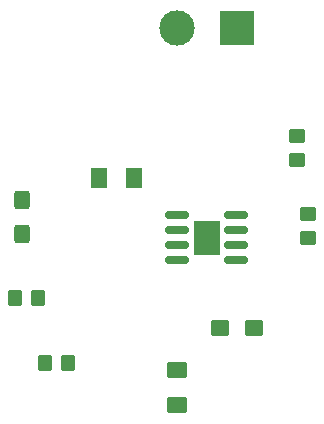
<source format=gbr>
%TF.GenerationSoftware,KiCad,Pcbnew,(6.0.10-0)*%
%TF.CreationDate,2023-02-17T12:45:11-08:00*%
%TF.ProjectId,555 Timer,35353520-5469-46d6-9572-2e6b69636164,rev?*%
%TF.SameCoordinates,Original*%
%TF.FileFunction,Soldermask,Top*%
%TF.FilePolarity,Negative*%
%FSLAX46Y46*%
G04 Gerber Fmt 4.6, Leading zero omitted, Abs format (unit mm)*
G04 Created by KiCad (PCBNEW (6.0.10-0)) date 2023-02-17 12:45:11*
%MOMM*%
%LPD*%
G01*
G04 APERTURE LIST*
G04 Aperture macros list*
%AMRoundRect*
0 Rectangle with rounded corners*
0 $1 Rounding radius*
0 $2 $3 $4 $5 $6 $7 $8 $9 X,Y pos of 4 corners*
0 Add a 4 corners polygon primitive as box body*
4,1,4,$2,$3,$4,$5,$6,$7,$8,$9,$2,$3,0*
0 Add four circle primitives for the rounded corners*
1,1,$1+$1,$2,$3*
1,1,$1+$1,$4,$5*
1,1,$1+$1,$6,$7*
1,1,$1+$1,$8,$9*
0 Add four rect primitives between the rounded corners*
20,1,$1+$1,$2,$3,$4,$5,0*
20,1,$1+$1,$4,$5,$6,$7,0*
20,1,$1+$1,$6,$7,$8,$9,0*
20,1,$1+$1,$8,$9,$2,$3,0*%
G04 Aperture macros list end*
%ADD10RoundRect,0.250000X0.425000X-0.537500X0.425000X0.537500X-0.425000X0.537500X-0.425000X-0.537500X0*%
%ADD11RoundRect,0.250000X-0.450000X0.350000X-0.450000X-0.350000X0.450000X-0.350000X0.450000X0.350000X0*%
%ADD12RoundRect,0.150000X-0.825000X-0.150000X0.825000X-0.150000X0.825000X0.150000X-0.825000X0.150000X0*%
%ADD13R,2.290000X3.000000*%
%ADD14RoundRect,0.250000X-0.350000X-0.450000X0.350000X-0.450000X0.350000X0.450000X-0.350000X0.450000X0*%
%ADD15RoundRect,0.250000X0.537500X0.425000X-0.537500X0.425000X-0.537500X-0.425000X0.537500X-0.425000X0*%
%ADD16RoundRect,0.250001X-0.624999X0.462499X-0.624999X-0.462499X0.624999X-0.462499X0.624999X0.462499X0*%
%ADD17R,3.000000X3.000000*%
%ADD18C,3.000000*%
%ADD19RoundRect,0.250001X-0.462499X-0.624999X0.462499X-0.624999X0.462499X0.624999X-0.462499X0.624999X0*%
G04 APERTURE END LIST*
D10*
%TO.C,C1*%
X134220000Y-119012500D03*
X134220000Y-116137500D03*
%TD*%
D11*
%TO.C,R1*%
X157480000Y-110760000D03*
X157480000Y-112760000D03*
%TD*%
%TO.C,R2*%
X158445000Y-117380000D03*
X158445000Y-119380000D03*
%TD*%
D12*
%TO.C,U1*%
X147385000Y-117475000D03*
X147385000Y-118745000D03*
X147385000Y-120015000D03*
X147385000Y-121285000D03*
X152335000Y-121285000D03*
X152335000Y-120015000D03*
X152335000Y-118745000D03*
X152335000Y-117475000D03*
D13*
X149860000Y-119380000D03*
%TD*%
D14*
%TO.C,R3*%
X136160000Y-129935000D03*
X138160000Y-129935000D03*
%TD*%
D15*
%TO.C,C2*%
X153837500Y-127000000D03*
X150962500Y-127000000D03*
%TD*%
D16*
%TO.C,D1*%
X147320000Y-130592500D03*
X147320000Y-133567500D03*
%TD*%
D17*
%TO.C,J1*%
X152400000Y-101600000D03*
D18*
X147320000Y-101600000D03*
%TD*%
D19*
%TO.C,D2*%
X140752500Y-114300000D03*
X143727500Y-114300000D03*
%TD*%
D14*
%TO.C,R4*%
X133620000Y-124460000D03*
X135620000Y-124460000D03*
%TD*%
M02*

</source>
